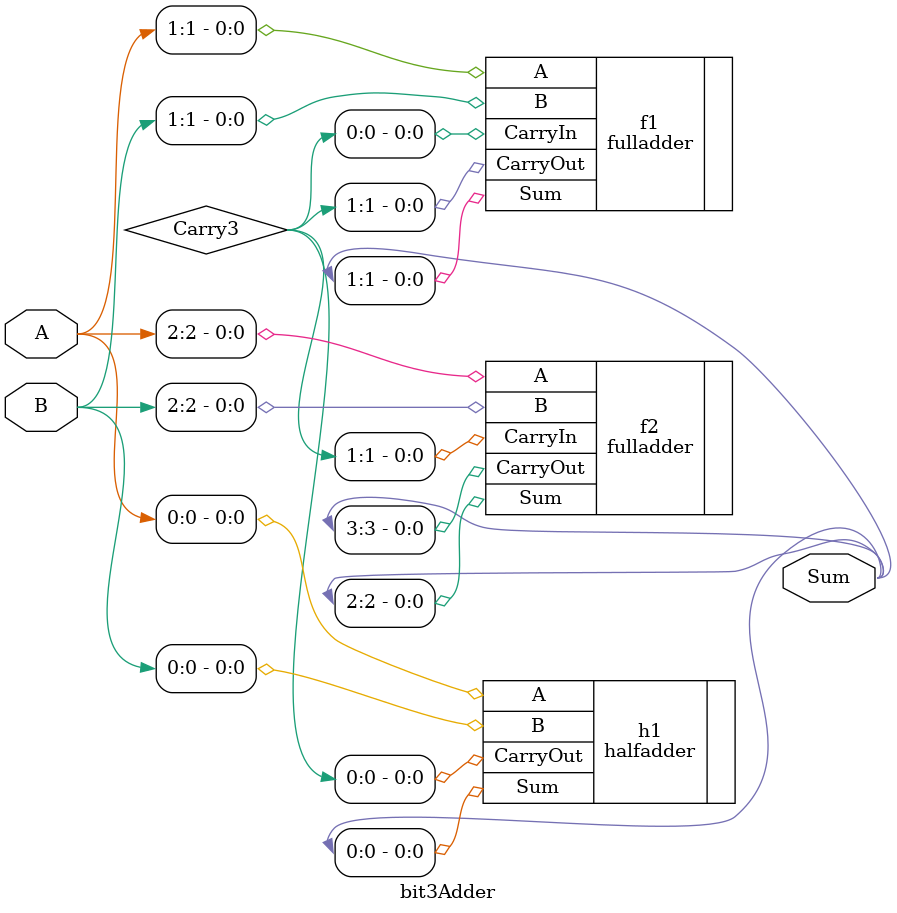
<source format=v>
module bit3Adder (
    input [2:0] A,
    input [2:0] B,
    output [3:0] Sum
);

wire [2:0] Carry3;

halfadder h1(.A(A[0]), .B(B[0]), .Sum(Sum[0]), .CarryOut(Carry3[0]));
fulladder f1(.A(A[1]), .B(B[1]), .CarryIn(Carry3[0]), .Sum(Sum[1]), .CarryOut(Carry3[1]));
fulladder f2(.A(A[2]), .B(B[2]), .CarryIn(Carry3[1]), .Sum(Sum[2]), .CarryOut(Sum[3]));

endmodule

</source>
